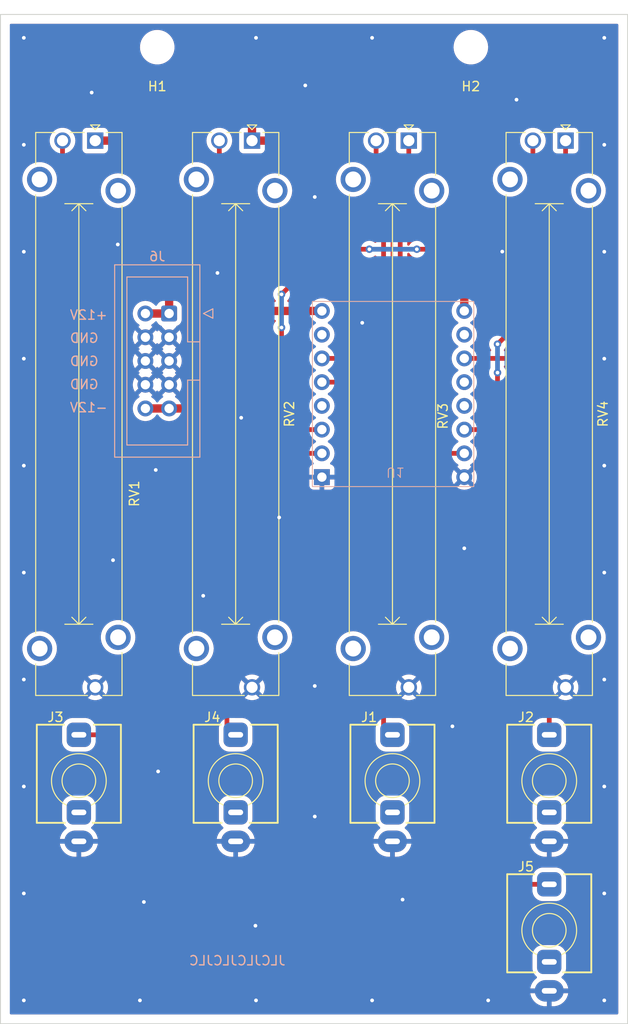
<source format=kicad_pcb>
(kicad_pcb (version 20221018) (generator pcbnew)
  (layers (0 "F.Cu" signal) (31 "B.Cu" signal) (34 "B.Paste" user) (35 "F.Paste" user) (36 "B.SilkS" user "B.Silkscreen") (37 "F.SilkS" user "F.Silkscreen") (38 "B.Mask" user) (39 "F.Mask" user) (44 "Edge.Cuts" user))
  (net 0 "")
  (net 1 "Net-(J1-PadT)")
  (net 2 "GND")
  (net 3 "Net-(J2-PadT)")
  (net 4 "INPUT_1")
  (net 5 "INPUT_2")
  (net 6 "OUTPUT")
  (net 7 "+12V")
  (net 8 "-12V")
  (net 9 "CUTOFF_POT")
  (net 10 "RESONANCE_POT")
  (net 11 "CUTOFF_CV")
  (net 12 "RESONANCE_CV")
  (footprint "MountingHole:MountingHole_3.2mm_M3" (layer "F.Cu") (at 116.78 49.5 180)
    (fp_text reference "H2" (at 0 -4.2 180) (layer "F.SilkS"))
    (fp_text value "MountingHole")
    (pad "" np_thru_hole circle (at 0 0 180) (size 3.2 3.2) (drill 3.2) (layers "*.Cu" "*.Mask"))
  )
  (footprint "Potentiometer_THT:Potentiometer_Bourns_PTA4543_Single_Slide" (layer "F.Cu") (at 126.92 59.5 -90)
    (fp_text reference "RV4" (at 29.25 -4 90) (layer "F.SilkS"))
    (fp_text value "R_Potentiometer")
    (fp_line (start -1.675 -0.5) (end -1.675 0.5) (stroke (width 0.12)) (layer "F.SilkS"))
    (fp_line (start -1.675 0.5) (end -1.175 0) (stroke (width 0.12)) (layer "F.SilkS"))
    (fp_line (start -1.175 0) (end -1.675 -0.5) (stroke (width 0.12)) (layer "F.SilkS"))
    (fp_line (start -0.87 -2.87) (end -0.87 -1.175) (stroke (width 0.12)) (layer "F.SilkS"))
    (fp_line (start -0.87 -2.87) (end 3.715 -2.87) (stroke (width 0.12)) (layer "F.SilkS"))
    (fp_line (start -0.87 1.175) (end -0.87 2.678) (stroke (width 0.12)) (layer "F.SilkS"))
    (fp_line (start -0.87 4.323) (end -0.87 6.37) (stroke (width 0.12)) (layer "F.SilkS"))
    (fp_line (start -0.87 6.37) (end 2.515 6.37) (stroke (width 0.12)) (layer "F.SilkS"))
    (fp_line (start 5.786 6.37) (end 52.715 6.37) (stroke (width 0.12)) (layer "F.SilkS"))
    (fp_line (start 6.75 0.25) (end 6.75 3.25) (stroke (width 0.12)) (layer "F.SilkS"))
    (fp_line (start 6.75 1.75) (end 7.5 2.5) (stroke (width 0.12)) (layer "F.SilkS"))
    (fp_line (start 6.75 1.75) (end 51.75 1.75) (stroke (width 0.12)) (layer "F.SilkS"))
    (fp_line (start 6.986 -2.87) (end 51.515 -2.87) (stroke (width 0.12)) (layer "F.SilkS"))
    (fp_line (start 7.5 1) (end 6.75 1.75) (stroke (width 0.12)) (layer "F.SilkS"))
    (fp_line (start 51 1) (end 51.75 1.75) (stroke (width 0.12)) (layer "F.SilkS"))
    (fp_line (start 51.75 0.25) (end 51.75 3.25) (stroke (width 0.12)) (layer "F.SilkS"))
    (fp_line (start 51.75 1.75) (end 51 2.5) (stroke (width 0.12)) (layer "F.SilkS"))
    (fp_line (start 54.786 -2.87) (end 59.37 -2.87) (stroke (width 0.12)) (layer "F.SilkS"))
    (fp_line (start 55.986 6.37) (end 59.37 6.37) (stroke (width 0.12)) (layer "F.SilkS"))
    (fp_line (start 59.37 -2.87) (end 59.37 -0.823) (stroke (width 0.12)) (layer "F.SilkS"))
    (fp_line (start 59.37 0.823) (end 59.37 6.37) (stroke (width 0.12)) (layer "F.SilkS"))
    (pad "1" thru_hole rect (at 0 0 270) (size 1.75 1.75) (drill 1.2) (layers "*.Cu" "*.Mask") (net 3 "Net-(J2-PadT)"))
    (pad "2" thru_hole circle (at 0 3.5 270) (size 1.75 1.75) (drill 1.2) (layers "*.Cu" "*.Mask") (net 12 "RESONANCE_CV"))
    (pad "3" thru_hole circle (at 58.5 0 270) (size 1.75 1.75) (drill 1.2) (layers "*.Cu" "*.Mask") (net 2 "GND"))
    (pad "MP" thru_hole circle (at 4.15 5.95 270) (size 2.7 2.7) (drill 1.7) (layers "*.Cu" "*.Mask"))
    (pad "MP" thru_hole circle (at 5.35 -2.45 270) (size 2.7 2.7) (drill 1.7) (layers "*.Cu" "*.Mask"))
    (pad "MP" thru_hole circle (at 53.15 -2.45 270) (size 2.7 2.7) (drill 1.7) (layers "*.Cu" "*.Mask"))
    (pad "MP" thru_hole circle (at 54.35 5.95 270) (size 2.7 2.7) (drill 1.7) (layers "*.Cu" "*.Mask"))
  )
  (footprint "AudioJacks:Jack_3.5mm_QingPu_WQP-PJ398SM_Vertical" (layer "F.Cu") (at 125.17 128)
    (fp_text reference "J2" (at -2.5 -6.8) (layer "F.SilkS"))
    (fp_text value "AudioJack2")
    (fp_line (start -4.5 -6) (end -1.6 -6) (stroke (width 0.2)) (layer "F.SilkS"))
    (fp_line (start -4.5 4.5) (end -4.5 -6) (stroke (width 0.2)) (layer "F.SilkS"))
    (fp_line (start -4.5 4.5) (end -1.5 4.5) (stroke (width 0.2)) (layer "F.SilkS"))
    (fp_line (start 1.5 4.5) (end 4.5 4.5) (stroke (width 0.2)) (layer "F.SilkS"))
    (fp_line (start 1.6 -6) (end 4.5 -6) (stroke (width 0.2)) (layer "F.SilkS"))
    (fp_line (start 4.5 4.5) (end 4.5 -6) (stroke (width 0.2)) (layer "F.SilkS"))
    (fp_arc (start -1.35 2.588577) (mid -2.844222 -0.687251) (end 0 -2.895) (stroke (width 0.12)) (layer "F.SilkS"))
    (fp_arc (start 0 -2.895) (mid 2.844221 -0.687251) (end 1.35 2.588577) (stroke (width 0.12)) (layer "F.SilkS"))
    (fp_circle (center 0 0) (end -1.8 0) (stroke (width 0.12)) (fill none) (layer "F.SilkS"))
    (pad "S" thru_hole oval (at 0 6.48) (size 3.1 2.3) (drill oval 1.6 0.6) (layers "*.Cu" "*.Mask") (net 2 "GND"))
    (pad "T" thru_hole roundrect (at 0 -4.92) (size 2.6 2.6) (drill oval 1.6 0.6) (layers "*.Cu" "*.Mask") (net 3 "Net-(J2-PadT)"))
    (pad "TN" thru_hole roundrect (at 0 3.38) (size 2.6 2.6) (drill oval 1.6 0.6) (layers "*.Cu" "*.Mask"))
  )
  (footprint "Potentiometer_THT:Potentiometer_Bourns_PTA4543_Single_Slide" (layer "F.Cu") (at 76.58 59.5 -90)
    (fp_text reference "RV1" (at 37.782 -4.192 90) (layer "F.SilkS"))
    (fp_text value "R_Potentiometer")
    (fp_line (start -1.675 -0.5) (end -1.675 0.5) (stroke (width 0.12)) (layer "F.SilkS"))
    (fp_line (start -1.675 0.5) (end -1.175 0) (stroke (width 0.12)) (layer "F.SilkS"))
    (fp_line (start -1.175 0) (end -1.675 -0.5) (stroke (width 0.12)) (layer "F.SilkS"))
    (fp_line (start -0.87 -2.87) (end -0.87 -1.175) (stroke (width 0.12)) (layer "F.SilkS"))
    (fp_line (start -0.87 -2.87) (end 3.715 -2.87) (stroke (width 0.12)) (layer "F.SilkS"))
    (fp_line (start -0.87 1.175) (end -0.87 2.678) (stroke (width 0.12)) (layer "F.SilkS"))
    (fp_line (start -0.87 4.323) (end -0.87 6.37) (stroke (width 0.12)) (layer "F.SilkS"))
    (fp_line (start -0.87 6.37) (end 2.515 6.37) (stroke (width 0.12)) (layer "F.SilkS"))
    (fp_line (start 5.786 6.37) (end 52.715 6.37) (stroke (width 0.12)) (layer "F.SilkS"))
    (fp_line (start 6.75 0.25) (end 6.75 3.25) (stroke (width 0.12)) (layer "F.SilkS"))
    (fp_line (start 6.75 1.75) (end 7.5 2.5) (stroke (width 0.12)) (layer "F.SilkS"))
    (fp_line (start 6.75 1.75) (end 51.75 1.75) (stroke (width 0.12)) (layer "F.SilkS"))
    (fp_line (start 6.986 -2.87) (end 51.515 -2.87) (stroke (width 0.12)) (layer "F.SilkS"))
    (fp_line (start 7.5 1) (end 6.75 1.75) (stroke (width 0.12)) (layer "F.SilkS"))
    (fp_line (start 51 1) (end 51.75 1.75) (stroke (width 0.12)) (layer "F.SilkS"))
    (fp_line (start 51.75 0.25) (end 51.75 3.25) (stroke (width 0.12)) (layer "F.SilkS"))
    (fp_line (start 51.75 1.75) (end 51 2.5) (stroke (width 0.12)) (layer "F.SilkS"))
    (fp_line (start 54.786 -2.87) (end 59.37 -2.87) (stroke (width 0.12)) (layer "F.SilkS"))
    (fp_line (start 55.986 6.37) (end 59.37 6.37) (stroke (width 0.12)) (layer "F.SilkS"))
    (fp_line (start 59.37 -2.87) (end 59.37 -0.823) (stroke (width 0.12)) (layer "F.SilkS"))
    (fp_line (start 59.37 0.823) (end 59.37 6.37) (stroke (width 0.12)) (layer "F.SilkS"))
    (pad "1" thru_hole rect (at 0 0 270) (size 1.75 1.75) (drill 1.2) (layers "*.Cu" "*.Mask") (net 7 "+12V"))
    (pad "2" thru_hole circle (at 0 3.5 270) (size 1.75 1.75) (drill 1.2) (layers "*.Cu" "*.Mask") (net 9 "CUTOFF_POT"))
    (pad "3" thru_hole circle (at 58.5 0 270) (size 1.75 1.75) (drill 1.2) (layers "*.Cu" "*.Mask") (net 2 "GND"))
    (pad "MP" thru_hole circle (at 4.15 5.95 270) (size 2.7 2.7) (drill 1.7) (layers "*.Cu" "*.Mask"))
    (pad "MP" thru_hole circle (at 5.35 -2.45 270) (size 2.7 2.7) (drill 1.7) (layers "*.Cu" "*.Mask"))
    (pad "MP" thru_hole circle (at 53.15 -2.45 270) (size 2.7 2.7) (drill 1.7) (layers "*.Cu" "*.Mask"))
    (pad "MP" thru_hole circle (at 54.35 5.95 270) (size 2.7 2.7) (drill 1.7) (layers "*.Cu" "*.Mask"))
  )
  (footprint "MountingHole:MountingHole_3.2mm_M3" (layer "F.Cu") (at 83.22 49.5 180)
    (fp_text reference "H1" (at 0 -4.2 180) (layer "F.SilkS"))
    (fp_text value "MountingHole")
    (pad "" np_thru_hole circle (at 0 0 180) (size 3.2 3.2) (drill 3.2) (layers "*.Cu" "*.Mask"))
  )
  (footprint "AudioJacks:Jack_3.5mm_QingPu_WQP-PJ398SM_Vertical" (layer "F.Cu") (at 125.17 144)
    (fp_text reference "J5" (at -2.5 -6.8) (layer "F.SilkS"))
    (fp_text value "AudioJack2")
    (fp_line (start -4.5 -6) (end -1.6 -6) (stroke (width 0.2)) (layer "F.SilkS"))
    (fp_line (start -4.5 4.5) (end -4.5 -6) (stroke (width 0.2)) (layer "F.SilkS"))
    (fp_line (start -4.5 4.5) (end -1.5 4.5) (stroke (width 0.2)) (layer "F.SilkS"))
    (fp_line (start 1.5 4.5) (end 4.5 4.5) (stroke (width 0.2)) (layer "F.SilkS"))
    (fp_line (start 1.6 -6) (end 4.5 -6) (stroke (width 0.2)) (layer "F.SilkS"))
    (fp_line (start 4.5 4.5) (end 4.5 -6) (stroke (width 0.2)) (layer "F.SilkS"))
    (fp_arc (start -1.35 2.588577) (mid -2.844222 -0.687251) (end 0 -2.895) (stroke (width 0.12)) (layer "F.SilkS"))
    (fp_arc (start 0 -2.895) (mid 2.844221 -0.687251) (end 1.35 2.588577) (stroke (width 0.12)) (layer "F.SilkS"))
    (fp_circle (center 0 0) (end -1.8 0) (stroke (width 0.12)) (fill none) (layer "F.SilkS"))
    (pad "S" thru_hole oval (at 0 6.48) (size 3.1 2.3) (drill oval 1.6 0.6) (layers "*.Cu" "*.Mask") (net 2 "GND"))
    (pad "T" thru_hole roundrect (at 0 -4.92) (size 2.6 2.6) (drill oval 1.6 0.6) (layers "*.Cu" "*.Mask") (net 6 "OUTPUT"))
    (pad "TN" thru_hole roundrect (at 0 3.38) (size 2.6 2.6) (drill oval 1.6 0.6) (layers "*.Cu" "*.Mask"))
  )
  (footprint "Potentiometer_THT:Potentiometer_Bourns_PTA4543_Single_Slide" (layer "F.Cu") (at 93.36 59.5 -90)
    (fp_text reference "RV2" (at 29.25 -4 90) (layer "F.SilkS"))
    (fp_text value "R_Potentiometer")
    (fp_line (start -1.675 -0.5) (end -1.675 0.5) (stroke (width 0.12)) (layer "F.SilkS"))
    (fp_line (start -1.675 0.5) (end -1.175 0) (stroke (width 0.12)) (layer "F.SilkS"))
    (fp_line (start -1.175 0) (end -1.675 -0.5) (stroke (width 0.12)) (layer "F.SilkS"))
    (fp_line (start -0.87 -2.87) (end -0.87 -1.175) (stroke (width 0.12)) (layer "F.SilkS"))
    (fp_line (start -0.87 -2.87) (end 3.715 -2.87) (stroke (width 0.12)) (layer "F.SilkS"))
    (fp_line (start -0.87 1.175) (end -0.87 2.678) (stroke (width 0.12)) (layer "F.SilkS"))
    (fp_line (start -0.87 4.323) (end -0.87 6.37) (stroke (width 0.12)) (layer "F.SilkS"))
    (fp_line (start -0.87 6.37) (end 2.515 6.37) (stroke (width 0.12)) (layer "F.SilkS"))
    (fp_line (start 5.786 6.37) (end 52.715 6.37) (stroke (width 0.12)) (layer "F.SilkS"))
    (fp_line (start 6.75 0.25) (end 6.75 3.25) (stroke (width 0.12)) (layer "F.SilkS"))
    (fp_line (start 6.75 1.75) (end 7.5 2.5) (stroke (width 0.12)) (layer "F.SilkS"))
    (fp_line (start 6.75 1.75) (end 51.75 1.75) (stroke (width 0.12)) (layer "F.SilkS"))
    (fp_line (start 6.986 -2.87) (end 51.515 -2.87) (stroke (width 0.12)) (layer "F.SilkS"))
    (fp_line (start 7.5 1) (end 6.75 1.75) (stroke (width 0.12)) (layer "F.SilkS"))
    (fp_line (start 51 1) (end 51.75 1.75) (stroke (width 0.12)) (layer "F.SilkS"))
    (fp_line (start 51.75 0.25) (end 51.75 3.25) (stroke (width 0.12)) (layer "F.SilkS"))
    (fp_line (start 51.75 1.75) (end 51 2.5) (stroke (width 0.12)) (layer "F.SilkS"))
    (fp_line (start 54.786 -2.87) (end 59.37 -2.87) (stroke (width 0.12)) (layer "F.SilkS"))
    (fp_line (start 55.986 6.37) (end 59.37 6.37) (stroke (width 0.12)) (layer "F.SilkS"))
    (fp_line (start 59.37 -2.87) (end 59.37 -0.823) (stroke (width 0.12)) (layer "F.SilkS"))
    (fp_line (start 59.37 0.823) (end 59.37 6.37) (stroke (width 0.12)) (layer "F.SilkS"))
    (pad "1" thru_hole rect (at 0 0 270) (size 1.75 1.75) (drill 1.2) (layers "*.Cu" "*.Mask") (net 7 "+12V"))
    (pad "2" thru_hole circle (at 0 3.5 270) (size 1.75 1.75) (drill 1.2) (layers "*.Cu" "*.Mask") (net 10 "RESONANCE_POT"))
    (pad "3" thru_hole circle (at 58.5 0 270) (size 1.75 1.75) (drill 1.2) (layers "*.Cu" "*.Mask") (net 2 "GND"))
    (pad "MP" thru_hole circle (at 4.15 5.95 270) (size 2.7 2.7) (drill 1.7) (layers "*.Cu" "*.Mask"))
    (pad "MP" thru_hole circle (at 5.35 -2.45 270) (size 2.7 2.7) (drill 1.7) (layers "*.Cu" "*.Mask"))
    (pad "MP" thru_hole circle (at 53.15 -2.45 270) (size 2.7 2.7) (drill 1.7) (layers "*.Cu" "*.Mask"))
    (pad "MP" thru_hole circle (at 54.35 5.95 270) (size 2.7 2.7) (drill 1.7) (layers "*.Cu" "*.Mask"))
  )
  (footprint "Potentiometer_THT:Potentiometer_Bourns_PTA4543_Single_Slide" (layer "F.Cu") (at 110.14 59.5 -90)
    (fp_text reference "RV3" (at 29.486 -3.652 90) (layer "F.SilkS"))
    (fp_text value "R_Potentiometer")
    (fp_line (start -1.675 -0.5) (end -1.675 0.5) (stroke (width 0.12)) (layer "F.SilkS"))
    (fp_line (start -1.675 0.5) (end -1.175 0) (stroke (width 0.12)) (layer "F.SilkS"))
    (fp_line (start -1.175 0) (end -1.675 -0.5) (stroke (width 0.12)) (layer "F.SilkS"))
    (fp_line (start -0.87 -2.87) (end -0.87 -1.175) (stroke (width 0.12)) (layer "F.SilkS"))
    (fp_line (start -0.87 -2.87) (end 3.715 -2.87) (stroke (width 0.12)) (layer "F.SilkS"))
    (fp_line (start -0.87 1.175) (end -0.87 2.678) (stroke (width 0.12)) (layer "F.SilkS"))
    (fp_line (start -0.87 4.323) (end -0.87 6.37) (stroke (width 0.12)) (layer "F.SilkS"))
    (fp_line (start -0.87 6.37) (end 2.515 6.37) (stroke (width 0.12)) (layer "F.SilkS"))
    (fp_line (start 5.786 6.37) (end 52.715 6.37) (stroke (width 0.12)) (layer "F.SilkS"))
    (fp_line (start 6.75 0.25) (end 6.75 3.25) (stroke (width 0.12)) (layer "F.SilkS"))
    (fp_line (start 6.75 1.75) (end 7.5 2.5) (stroke (width 0.12)) (layer "F.SilkS"))
    (fp_line (start 6.75 1.75) (end 51.75 1.75) (stroke (width 0.12)) (layer "F.SilkS"))
    (fp_line (start 6.986 -2.87) (end 51.515 -2.87) (stroke (width 0.12)) (layer "F.SilkS"))
    (fp_line (start 7.5 1) (end 6.75 1.75) (stroke (width 0.12)) (layer "F.SilkS"))
    (fp_line (start 51 1) (end 51.75 1.75) (stroke (width 0.12)) (layer "F.SilkS"))
    (fp_line (start 51.75 0.25) (end 51.75 3.25) (stroke (width 0.12)) (layer "F.SilkS"))
    (fp_line (start 51.75 1.75) (end 51 2.5) (stroke (width 0.12)) (layer "F.SilkS"))
    (fp_line (start 54.786 -2.87) (end 59.37 -2.87) (stroke (width 0.12)) (layer "F.SilkS"))
    (fp_line (start 55.986 6.37) (end 59.37 6.37) (stroke (width 0.12)) (layer "F.SilkS"))
    (fp_line (start 59.37 -2.87) (end 59.37 -0.823) (stroke (width 0.12)) (layer "F.SilkS"))
    (fp_line (start 59.37 0.823) (end 59.37 6.37) (stroke (width 0.12)) (layer "F.SilkS"))
    (pad "1" thru_hole rect (at 0 0 270) (size 1.75 1.75) (drill 1.2) (layers "*.Cu" "*.Mask") (net 1 "Net-(J1-PadT)"))
    (pad "2" thru_hole circle (at 0 3.5 270) (size 1.75 1.75) (drill 1.2) (layers "*.Cu" "*.Mask") (net 11 "CUTOFF_CV"))
    (pad "3" thru_hole circle (at 58.5 0 270) (size 1.75 1.75) (drill 1.2) (layers "*.Cu" "*.Mask") (net 2 "GND"))
    (pad "MP" thru_hole circle (at 4.15 5.95 270) (size 2.7 2.7) (drill 1.7) (layers "*.Cu" "*.Mask"))
    (pad "MP" thru_hole circle (at 5.35 -2.45 270) (size 2.7 2.7) (drill 1.7) (layers "*.Cu" "*.Mask"))
    (pad "MP" thru_hole circle (at 53.15 -2.45 270) (size 2.7 2.7) (drill 1.7) (layers "*.Cu" "*.Mask"))
    (pad "MP" thru_hole circle (at 54.35 5.95 270) (size 2.7 2.7) (drill 1.7) (layers "*.Cu" "*.Mask"))
  )
  (footprint "AudioJacks:Jack_3.5mm_QingPu_WQP-PJ398SM_Vertical" (layer "F.Cu") (at 91.61 128)
    (fp_text reference "J4" (at -2.5 -6.8) (layer "F.SilkS"))
    (fp_text value "AudioJack2")
    (fp_line (start -4.5 -6) (end -1.6 -6) (stroke (width 0.2)) (layer "F.SilkS"))
    (fp_line (start -4.5 4.5) (end -4.5 -6) (stroke (width 0.2)) (layer "F.SilkS"))
    (fp_line (start -4.5 4.5) (end -1.5 4.5) (stroke (width 0.2)) (layer "F.SilkS"))
    (fp_line (start 1.5 4.5) (end 4.5 4.5) (stroke (width 0.2)) (layer "F.SilkS"))
    (fp_line (start 1.6 -6) (end 4.5 -6) (stroke (width 0.2)) (layer "F.SilkS"))
    (fp_line (start 4.5 4.5) (end 4.5 -6) (stroke (width 0.2)) (layer "F.SilkS"))
    (fp_arc (start -1.35 2.588577) (mid -2.844222 -0.687251) (end 0 -2.895) (stroke (width 0.12)) (layer "F.SilkS"))
    (fp_arc (start 0 -2.895) (mid 2.844221 -0.687251) (end 1.35 2.588577) (stroke (width 0.12)) (layer "F.SilkS"))
    (fp_circle (center 0 0) (end -1.8 0) (stroke (width 0.12)) (fill none) (layer "F.SilkS"))
    (pad "S" thru_hole oval (at 0 6.48) (size 3.1 2.3) (drill oval 1.6 0.6) (layers "*.Cu" "*.Mask") (net 2 "GND"))
    (pad "T" thru_hole roundrect (at 0 -4.92) (size 2.6 2.6) (drill oval 1.6 0.6) (layers "*.Cu" "*.Mask") (net 5 "INPUT_2"))
    (pad "TN" thru_hole roundrect (at 0 3.38) (size 2.6 2.6) (drill oval 1.6 0.6) (layers "*.Cu" "*.Mask"))
  )
  (footprint "AudioJacks:Jack_3.5mm_QingPu_WQP-PJ398SM_Vertical" (layer "F.Cu") (at 74.83 128)
    (fp_text reference "J3" (at -2.5 -6.8) (layer "F.SilkS"))
    (fp_text value "AudioJack2")
    (fp_line (start -4.5 -6) (end -1.6 -6) (stroke (width 0.2)) (layer "F.SilkS"))
    (fp_line (start -4.5 4.5) (end -4.5 -6) (stroke (width 0.2)) (layer "F.SilkS"))
    (fp_line (start -4.5 4.5) (end -1.5 4.5) (stroke (width 0.2)) (layer "F.SilkS"))
    (fp_line (start 1.5 4.5) (end 4.5 4.5) (stroke (width 0.2)) (layer "F.SilkS"))
    (fp_line (start 1.6 -6) (end 4.5 -6) (stroke (width 0.2)) (layer "F.SilkS"))
    (fp_line (start 4.5 4.5) (end 4.5 -6) (stroke (width 0.2)) (layer "F.SilkS"))
    (fp_arc (start -1.35 2.588577) (mid -2.844222 -0.687251) (end 0 -2.895) (stroke (width 0.12)) (layer "F.SilkS"))
    (fp_arc (start 0 -2.895) (mid 2.844221 -0.687251) (end 1.35 2.588577) (stroke (width 0.12)) (layer "F.SilkS"))
    (fp_circle (center 0 0) (end -1.8 0) (stroke (width 0.12)) (fill none) (layer "F.SilkS"))
    (pad "S" thru_hole oval (at 0 6.48) (size 3.1 2.3) (drill oval 1.6 0.6) (layers "*.Cu" "*.Mask") (net 2 "GND"))
    (pad "T" thru_hole roundrect (at 0 -4.92) (size 2.6 2.6) (drill oval 1.6 0.6) (layers "*.Cu" "*.Mask") (net 4 "INPUT_1"))
    (pad "TN" thru_hole roundrect (at 0 3.38) (size 2.6 2.6) (drill oval 1.6 0.6) (layers "*.Cu" "*.Mask"))
  )
  (footprint "AudioJacks:Jack_3.5mm_QingPu_WQP-PJ398SM_Vertical" (layer "F.Cu") (at 108.39 128)
    (fp_text reference "J1" (at -2.5 -6.8) (layer "F.SilkS"))
    (fp_text value "AudioJack2")
    (fp_line (start -4.5 -6) (end -1.6 -6) (stroke (width 0.2)) (layer "F.SilkS"))
    (fp_line (start -4.5 4.5) (end -4.5 -6) (stroke (width 0.2)) (layer "F.SilkS"))
    (fp_line (start -4.5 4.5) (end -1.5 4.5) (stroke (width 0.2)) (layer "F.SilkS"))
    (fp_line (start 1.5 4.5) (end 4.5 4.5) (stroke (width 0.2)) (layer "F.SilkS"))
    (fp_line (start 1.6 -6) (end 4.5 -6) (stroke (width 0.2)) (layer "F.SilkS"))
    (fp_line (start 4.5 4.5) (end 4.5 -6) (stroke (width 0.2)) (layer "F.SilkS"))
    (fp_arc (start -1.35 2.588577) (mid -2.844222 -0.687251) (end 0 -2.895) (stroke (width 0.12)) (layer "F.SilkS"))
    (fp_arc (start 0 -2.895) (mid 2.844221 -0.687251) (end 1.35 2.588577) (stroke (width 0.12)) (layer "F.SilkS"))
    (fp_circle (center 0 0) (end -1.8 0) (stroke (width 0.12)) (fill none) (layer "F.SilkS"))
    (pad "S" thru_hole oval (at 0 6.48) (size 3.1 2.3) (drill oval 1.6 0.6) (layers "*.Cu" "*.Mask") (net 2 "GND"))
    (pad "T" thru_hole roundrect (at 0 -4.92) (size 2.6 2.6) (drill oval 1.6 0.6) (layers "*.Cu" "*.Mask") (net 1 "Net-(J1-PadT)"))
    (pad "TN" thru_hole roundrect (at 0 3.38) (size 2.6 2.6) (drill oval 1.6 0.6) (layers "*.Cu" "*.Mask"))
  )
  (footprint "Dans_Eurorack:Electrosmith_2144_LPF" (layer "B.Cu") (at 100.838 95.504)
    (fp_text reference "U1" (at 7.874 -0.508 180 unlocked) (layer "B.SilkS") (effects (font (thickness 0.1)) (justify mirror)))
    (fp_text value "2144_LPF")
    (fp_rect (start -1.016 1.016) (end 16.256 -18.796) (stroke (width 0.1)) (fill none) (layer "B.SilkS"))
    (pad "1" thru_hole rect (at 0 0) (size 1.7 1.7) (drill 1) (layers "*.Cu" "*.Mask") (net 2 "GND"))
    (pad "2" thru_hole circle (at 0 -2.54) (size 1.7 1.7) (drill 1) (layers "*.Cu" "*.Mask") (net 9 "CUTOFF_POT"))
    (pad "3" thru_hole circle (at 0 -5.08) (size 1.7 1.7) (drill 1) (layers "*.Cu" "*.Mask") (net 11 "CUTOFF_CV"))
    (pad "4" thru_hole circle (at 0 -7.62) (size 1.7 1.7) (drill 1) (layers "*.Cu" "*.Mask"))
    (pad "5" thru_hole circle (at 0 -10.16) (size 1.7 1.7) (drill 1) (layers "*.Cu" "*.Mask") (net 4 "INPUT_1"))
    (pad "6" thru_hole circle (at 0 -12.7) (size 1.7 1.7) (drill 1) (layers "*.Cu" "*.Mask") (net 5 "INPUT_2"))
    (pad "7" thru_hole circle (at 0 -15.24) (size 1.7 1.7) (drill 1) (layers "*.Cu" "*.Mask"))
    (pad "8" thru_hole circle (at 0 -17.78) (size 1.7 1.7) (drill 1) (layers "*.Cu" "*.Mask") (net 8 "-12V"))
    (pad "9" thru_hole circle (at 15.24 -17.78) (size 1.7 1.7) (drill 1) (layers "*.Cu" "*.Mask") (net 7 "+12V"))
    (pad "10" thru_hole circle (at 15.24 -15.24) (size 1.7 1.7) (drill 1) (layers "*.Cu" "*.Mask"))
    (pad "11" thru_hole circle (at 15.24 -12.7) (size 1.7 1.7) (drill 1) (layers "*.Cu" "*.Mask") (net 6 "OUTPUT"))
    (pad "12" thru_hole circle (at 15.24 -10.16) (size 1.7 1.7) (drill 1) (layers "*.Cu" "*.Mask"))
    (pad "13" thru_hole circle (at 15.24 -7.62) (size 1.7 1.7) (drill 1) (layers "*.Cu" "*.Mask"))
    (pad "14" thru_hole circle (at 15.24 -5.08) (size 1.7 1.7) (drill 1) (layers "*.Cu" "*.Mask") (net 12 "RESONANCE_CV"))
    (pad "15" thru_hole circle (at 15.24 -2.54) (size 1.7 1.7) (drill 1) (layers "*.Cu" "*.Mask") (net 10 "RESONANCE_POT"))
    (pad "16" thru_hole circle (at 15.24 0) (size 1.7 1.7) (drill 1) (layers "*.Cu" "*.Mask") (net 2 "GND"))
  )
  (footprint "Connector_IDC:IDC-Header_2x05_P2.54mm_Vertical" (layer "B.Cu") (at 84.49 78 180)
    (fp_text reference "J6" (at 1.27 6.1) (layer "B.SilkS") (effects (justify mirror)))
    (fp_text value "Conn_02x05_Odd_Even")
    (fp_line (start -4.68 -0.5) (end -3.68 0) (stroke (width 0.12)) (layer "B.SilkS"))
    (fp_line (start -4.68 0.5) (end -4.68 -0.5) (stroke (width 0.12)) (layer "B.SilkS"))
    (fp_line (start -3.68 0) (end -4.68 0.5) (stroke (width 0.12)) (layer "B.SilkS"))
    (fp_line (start -3.29 -15.37) (end -3.29 5.21) (stroke (width 0.12)) (layer "B.SilkS"))
    (fp_line (start -3.29 -3.03) (end -1.98 -3.03) (stroke (width 0.12)) (layer "B.SilkS"))
    (fp_line (start -3.29 5.21) (end 5.83 5.21) (stroke (width 0.12)) (layer "B.SilkS"))
    (fp_line (start -1.98 -14.07) (end -1.98 -7.13) (stroke (width 0.12)) (layer "B.SilkS"))
    (fp_line (start -1.98 -7.13) (end -3.29 -7.13) (stroke (width 0.12)) (layer "B.SilkS"))
    (fp_line (start -1.98 -7.13) (end -1.98 -7.13) (stroke (width 0.12)) (layer "B.SilkS"))
    (fp_line (start -1.98 -3.03) (end -1.98 3.91) (stroke (width 0.12)) (layer "B.SilkS"))
    (fp_line (start -1.98 3.91) (end 4.52 3.91) (stroke (width 0.12)) (layer "B.SilkS"))
    (fp_line (start 4.52 -14.07) (end -1.98 -14.07) (stroke (width 0.12)) (layer "B.SilkS"))
    (fp_line (start 4.52 3.91) (end 4.52 -14.07) (stroke (width 0.12)) (layer "B.SilkS"))
    (fp_line (start 5.83 -15.37) (end -3.29 -15.37) (stroke (width 0.12)) (layer "B.SilkS"))
    (fp_line (start 5.83 5.21) (end 5.83 -15.37) (stroke (width 0.12)) (layer "B.SilkS"))
    (pad "1" thru_hole roundrect (at 0 0 180) (size 1.7 1.7) (drill 1) (layers "*.Cu" "*.Mask") (roundrect_rratio 0.1470588235) (net 7 "+12V"))
    (pad "2" thru_hole circle (at 2.54 0 180) (size 1.7 1.7) (drill 1) (layers "*.Cu" "*.Mask") (net 7 "+12V"))
    (pad "3" thru_hole circle (at 0 -2.54 180) (size 1.7 1.7) (drill 1) (layers "*.Cu" "*.Mask") (net 2 "GND"))
    (pad "4" thru_hole circle (at 2.54 -2.54 180) (size 1.7 1.7) (drill 1) (layers "*.Cu" "*.Mask") (net 2 "GND"))
    (pad "5" thru_hole circle (at 0 -5.08 180) (size 1.7 1.7) (drill 1) (layers "*.Cu" "*.Mask") (net 2 "GND"))
    (pad "6" thru_hole circle (at 2.54 -5.08 180) (size 1.7 1.7) (drill 1) (layers "*.Cu" "*.Mask") (net 2 "GND"))
    (pad "7" thru_hole circle (at 0 -7.62 180) (size 1.7 1.7) (drill 1) (layers "*.Cu" "*.Mask") (net 2 "GND"))
    (pad "8" thru_hole circle (at 2.54 -7.62 180) (size 1.7 1.7) (drill 1) (layers "*.Cu" "*.Mask") (net 2 "GND"))
    (pad "9" thru_hole circle (at 0 -10.16 180) (size 1.7 1.7) (drill 1) (layers "*.Cu" "*.Mask") (net 8 "-12V"))
    (pad "10" thru_hole circle (at 2.54 -10.16 180) (size 1.7 1.7) (drill 1) (layers "*.Cu" "*.Mask") (net 8 "-12V"))
  )
  (gr_rect (start 66.44 46) (end 133.56 154) (stroke (width 0.1)) (fill none) (layer "Edge.Cuts"))
  (gr_text "-12V" (at 77.978 88.646) (layer "B.SilkS") (effects (font (size 1 1)) (justify left bottom mirror)))
  (gr_text "GND" (at 77.025619 86.1695) (layer "B.SilkS") (effects (font (size 1 1)) (justify left bottom mirror)))
  (gr_text "GND" (at 77.025619 81.2165) (layer "B.SilkS") (effects (font (size 1 1)) (justify left bottom mirror)))
  (gr_text "JLCJLCJLCJLC" (at 97.028 147.828) (layer "B.SilkS") (effects (font (size 1 1)) (justify left bottom mirror)))
  (gr_text "+12V" (at 77.978 78.74) (layer "B.SilkS") (effects (font (size 1 1)) (justify left bottom mirror)))
  (gr_text "GND" (at 77.025619 83.693) (layer "B.SilkS") (effects (font (size 1 1)) (justify left bottom mirror)))
  (segment (start 110.236 82.55) (end 110.236 108.458) (width 0.508) (layer "F.Cu") (net 1))
  (segment (start 109.22 81.534) (end 110.236 82.55) (width 0.508) (layer "F.Cu") (net 1))
  (segment (start 107.442 122.132) (end 108.39 123.08) (width 0.508) (layer "F.Cu") (net 1))
  (segment (start 110.14 59.5) (end 110.14 61.818) (width 0.508) (layer "F.Cu") (net 1))
  (segment (start 107.442 111.252) (end 107.442 122.132) (width 0.508) (layer "F.Cu") (net 1))
  (segment (start 110.14 61.818) (end 109.22 62.738) (width 0.508) (layer "F.Cu") (net 1))
  (segment (start 109.22 62.738) (end 109.22 81.534) (width 0.508) (layer "F.Cu") (net 1))
  (segment (start 110.236 108.458) (end 107.442 111.252) (width 0.508) (layer "F.Cu") (net 1))
  (via (at 93.788 48.5) (size 0.8) (drill 0.4) (layers "F.Cu" "B.Cu") (net 2))
  (via (at 100.076 65.532) (size 0.8) (drill 0.4) (layers "F.Cu" "B.Cu") (net 2))
  (via (at 96.266 99.822) (size 0.8) (drill 0.4) (layers "F.Cu" "B.Cu") (net 2))
  (via (at 131.06 117.166664) (size 0.8) (drill 0.4) (layers "F.Cu" "B.Cu") (net 2))
  (via (at 81.788 140.97) (size 0.8) (drill 0.4) (layers "F.Cu" "B.Cu") (net 2))
  (via (at 131.06 151.5) (size 0.8) (drill 0.4) (layers "F.Cu" "B.Cu") (net 2))
  (via (at 78.486 104.394) (size 0.8) (drill 0.4) (layers "F.Cu" "B.Cu") (net 2))
  (via (at 68.94 71.388888) (size 0.8) (drill 0.4) (layers "F.Cu" "B.Cu") (net 2))
  (via (at 68.94 59.944444) (size 0.8) (drill 0.4) (layers "F.Cu" "B.Cu") (net 2))
  (via (at 92.202 89.154) (size 0.8) (drill 0.4) (layers "F.Cu" "B.Cu") (net 2))
  (via (at 68.94 105.72222) (size 0.8) (drill 0.4) (layers "F.Cu" "B.Cu") (net 2))
  (via (at 68.94 117.166664) (size 0.8) (drill 0.4) (layers "F.Cu" "B.Cu") (net 2))
  (via (at 83.058 94.742) (size 0.8) (drill 0.4) (layers "F.Cu" "B.Cu") (net 2))
  (via (at 131.06 82.833332) (size 0.8) (drill 0.4) (layers "F.Cu" "B.Cu") (net 2))
  (via (at 131.06 140.055552) (size 0.8) (drill 0.4) (layers "F.Cu" "B.Cu") (net 2))
  (via (at 68.94 82.833332) (size 0.8) (drill 0.4) (layers "F.Cu" "B.Cu") (net 2))
  (via (at 131.06 71.388888) (size 0.8) (drill 0.4) (layers "F.Cu" "B.Cu") (net 2))
  (via (at 106.212 151.5) (size 0.8) (drill 0.4) (layers "F.Cu" "B.Cu") (net 2))
  (via (at 109.474 140.716) (size 0.8) (drill 0.4) (layers "F.Cu" "B.Cu") (net 2))
  (via (at 68.94 128.611108) (size 0.8) (drill 0.4) (layers "F.Cu" "B.Cu") (net 2))
  (via (at 78.994 70.612) (size 0.8) (drill 0.4) (layers "F.Cu" "B.Cu") (net 2))
  (via (at 100.076 131.826) (size 0.8) (drill 0.4) (layers "F.Cu" "B.Cu") (net 2))
  (via (at 105.156 78.994) (size 0.8) (drill 0.4) (layers "F.Cu" "B.Cu") (net 2))
  (via (at 100.076 117.856) (size 0.8) (drill 0.4) (layers "F.Cu" "B.Cu") (net 2))
  (via (at 68.94 94.277776) (size 0.8) (drill 0.4) (layers "F.Cu" "B.Cu") (net 2))
  (via (at 99.06 53.594) (size 0.8) (drill 0.4) (layers "F.Cu" "B.Cu") (net 2))
  (via (at 114.808 122.174) (size 0.8) (drill 0.4) (layers "F.Cu" "B.Cu") (net 2))
  (via (at 131.06 48.5) (size 0.8) (drill 0.4) (layers "F.Cu" "B.Cu") (net 2))
  (via (at 131.06 105.72222) (size 0.8) (drill 0.4) (layers "F.Cu" "B.Cu") (net 2))
  (via (at 89.662 73.66) (size 0.8) (drill 0.4) (layers "F.Cu" "B.Cu") (net 2))
  (via (at 88.138 108.204) (size 0.8) (drill 0.4) (layers "F.Cu" "B.Cu") (net 2))
  (via (at 76.2 54.356) (size 0.8) (drill 0.4) (layers "F.Cu" "B.Cu") (net 2))
  (via (at 131.06 128.611108) (size 0.8) (drill 0.4) (layers "F.Cu" "B.Cu") (net 2))
  (via (at 118.636 151.5) (size 0.8) (drill 0.4) (layers "F.Cu" "B.Cu") (net 2))
  (via (at 120.142 71.374) (size 0.8) (drill 0.4) (layers "F.Cu" "B.Cu") (net 2))
  (via (at 121.666 55.118) (size 0.8) (drill 0.4) (layers "F.Cu" "B.Cu") (net 2))
  (via (at 68.94 48.5) (size 0.8) (drill 0.4) (layers "F.Cu" "B.Cu") (net 2))
  (via (at 68.94 140.055552) (size 0.8) (drill 0.4) (layers "F.Cu" "B.Cu") (net 2))
  (via (at 116.078 103.124) (size 0.8) (drill 0.4) (layers "F.Cu" "B.Cu") (net 2))
  (via (at 93.788 151.5) (size 0.8) (drill 0.4) (layers "F.Cu" "B.Cu") (net 2))
  (via (at 93.726 143.51) (size 0.8) (drill 0.4) (layers "F.Cu" "B.Cu") (net 2))
  (via (at 131.06 94.277776) (size 0.8) (drill 0.4) (layers "F.Cu" "B.Cu") (net 2))
  (via (at 131.06 59.944444) (size 0.8) (drill 0.4) (layers "F.Cu" "B.Cu") (net 2))
  (via (at 83.312 127) (size 0.8) (drill 0.4) (layers "F.Cu" "B.Cu") (net 2))
  (via (at 81.364 151.5) (size 0.8) (drill 0.4) (layers "F.Cu" "B.Cu") (net 2))
  (via (at 106.212 48.5) (size 0.8) (drill 0.4) (layers "F.Cu" "B.Cu") (net 2))
  (via (at 68.94 151.5) (size 0.8) (drill 0.4) (layers "F.Cu" "B.Cu") (net 2))
  (segment (start 123.952 119.634) (end 123.952 116.332) (width 0.508) (layer "F.Cu") (net 3))
  (segment (start 123.952 116.332) (end 126.238 114.046) (width 0.508) (layer "F.Cu") (net 3))
  (segment (start 126.238 62.484) (end 126.92 61.802) (width 0.508) (layer "F.Cu") (net 3))
  (segment (start 125.17 120.852) (end 123.952 119.634) (width 0.508) (layer "F.Cu") (net 3))
  (segment (start 125.17 123.08) (end 125.17 120.852) (width 0.508) (layer "F.Cu") (net 3))
  (segment (start 126.92 61.802) (end 126.92 59.5) (width 0.508) (layer "F.Cu") (net 3))
  (segment (start 126.238 114.046) (end 126.238 62.484) (width 0.508) (layer "F.Cu") (net 3))
  (segment (start 103.632 103.632) (end 87.376 103.632) (width 0.508) (layer "F.Cu") (net 4))
  (segment (start 100.838 85.344) (end 103.632 85.344) (width 0.508) (layer "F.Cu") (net 4))
  (segment (start 103.632 85.344) (end 104.648 86.36) (width 0.508) (layer "F.Cu") (net 4))
  (segment (start 87.376 103.632) (end 82.804 108.204) (width 0.508) (layer "F.Cu") (net 4))
  (segment (start 82.804 120.396) (end 80.12 123.08) (width 0.508) (layer "F.Cu") (net 4))
  (segment (start 82.804 108.204) (end 82.804 120.396) (width 0.508) (layer "F.Cu") (net 4))
  (segment (start 104.648 86.36) (end 104.648 102.616) (width 0.508) (layer "F.Cu") (net 4))
  (segment (start 104.648 102.616) (end 103.632 103.632) (width 0.508) (layer "F.Cu") (net 4))
  (segment (start 80.12 123.08) (end 74.83 123.08) (width 0.508) (layer "F.Cu") (net 4))
  (segment (start 107.442 85.598) (end 107.442 103.632) (width 0.508) (layer "F.Cu") (net 5))
  (segment (start 90.678 111.506) (end 90.678 122.148) (width 0.508) (layer "F.Cu") (net 5))
  (segment (start 103.124 107.95) (end 94.234 107.95) (width 0.508) (layer "F.Cu") (net 5))
  (segment (start 94.234 107.95) (end 90.678 111.506) (width 0.508) (layer "F.Cu") (net 5))
  (segment (start 100.838 82.804) (end 104.648 82.804) (width 0.508) (layer "F.Cu") (net 5))
  (segment (start 90.678 122.148) (end 91.61 123.08) (width 0.508) (layer "F.Cu") (net 5))
  (segment (start 104.648 82.804) (end 107.442 85.598) (width 0.508) (layer "F.Cu") (net 5))
  (segment (start 107.442 103.632) (end 103.124 107.95) (width 0.508) (layer "F.Cu") (net 5))
  (segment (start 125.17 139.08) (end 121.3 139.08) (width 0.508) (layer "F.Cu") (net 6))
  (segment (start 122.682 84.582) (end 120.904 82.804) (width 0.508) (layer "F.Cu") (net 6))
  (segment (start 117.094 116.332) (end 117.094 110.998) (width 0.508) (layer "F.Cu") (net 6))
  (segment (start 120.904 82.804) (end 116.078 82.804) (width 0.508) (layer "F.Cu") (net 6))
  (segment (start 121.3 139.08) (end 118.872 136.652) (width 0.508) (layer "F.Cu") (net 6))
  (segment (start 118.872 118.11) (end 117.094 116.332) (width 0.508) (layer "F.Cu") (net 6))
  (segment (start 122.682 105.41) (end 122.682 84.582) (width 0.508) (layer "F.Cu") (net 6))
  (segment (start 117.094 110.998) (end 122.682 105.41) (width 0.508) (layer "F.Cu") (net 6))
  (segment (start 118.872 136.652) (end 118.872 118.11) (width 0.508) (layer "F.Cu") (net 6))
  (segment (start 83.312 59.436) (end 83.312 57.023) (width 0.889) (layer "F.Cu") (net 7))
  (segment (start 93.36 59.5) (end 98.234 59.5) (width 0.889) (layer "F.Cu") (net 7))
  (segment (start 116.078 57.658) (end 116.078 77.724) (width 0.889) (layer "F.Cu") (net 7))
  (segment (start 101.346 56.388) (end 114.808 56.388) (width 0.889) (layer "F.Cu") (net 7))
  (segment (start 83.312 66.802) (end 83.312 59.436) (width 0.889) (layer "F.Cu") (net 7))
  (segment (start 83.248 59.5) (end 83.312 59.436) (width 0.889) (layer "F.Cu") (net 7))
  (segment (start 93.36 57.038) (end 93.36 59.5) (width 0.889) (layer "F.Cu") (net 7))
  (segment (start 84.455 55.88) (end 92.202 55.88) (width 0.889) (layer "F.Cu") (net 7))
  (segment (start 84.49 78) (end 84.49 67.98) (width 0.889) (layer "F.Cu") (net 7))
  (segment (start 92.202 55.88) (end 93.36 57.038) (width 0.889) (layer "F.Cu") (net 7))
  (segment (start 84.49 78) (end 81.95 78) (width 0.889) (layer "F.Cu") (net 7))
  (segment (start 114.808 56.388) (end 116.078 57.658) (width 0.889) (layer "F.Cu") (net 7))
  (segment (start 76.58 59.5) (end 83.248 59.5) (width 0.889) (layer "F.Cu") (net 7))
  (segment (start 98.234 59.5) (end 101.346 56.388) (width 0.889) (layer "F.Cu") (net 7))
  (segment (start 84.49 67.98) (end 83.312 66.802) (width 0.889) (layer "F.Cu") (net 7))
  (segment (start 83.312 57.023) (end 84.455 55.88) (width 0.889) (layer "F.Cu") (net 7))
  (segment (start 89.154 86.995) (end 87.989 88.16) (width 0.889) (layer "F.Cu") (net 8))
  (segment (start 89.154 78.994) (end 89.154 86.995) (width 0.889) (layer "F.Cu") (net 8))
  (segment (start 87.989 88.16) (end 84.49 88.16) (width 0.889) (layer "F.Cu") (net 8))
  (segment (start 90.424 77.724) (end 89.154 78.994) (width 0.889) (layer "F.Cu") (net 8))
  (segment (start 100.838 77.724) (end 90.424 77.724) (width 0.889) (layer "F.Cu") (net 8))
  (segment (start 84.49 88.16) (end 81.95 88.16) (width 0.889) (layer "F.Cu") (net 8))
  (segment (start 74.676 96.266) (end 77.724 99.314) (width 0.508) (layer "F.Cu") (net 9))
  (segment (start 73.08 61.142) (end 74.676 62.738) (width 0.508) (layer "F.Cu") (net 9))
  (segment (start 89.662 99.314) (end 96.012 92.964) (width 0.508) (layer "F.Cu") (net 9))
  (segment (start 74.676 62.738) (end 74.676 96.266) (width 0.508) (layer "F.Cu") (net 9))
  (segment (start 96.012 92.964) (end 100.838 92.964) (width 0.508) (layer "F.Cu") (net 9))
  (segment (start 77.724 99.314) (end 89.662 99.314) (width 0.508) (layer "F.Cu") (net 9))
  (segment (start 73.08 59.5) (end 73.08 61.142) (width 0.508) (layer "F.Cu") (net 9))
  (segment (start 89.86 59.5) (end 89.86 60.904) (width 0.508) (layer "F.Cu") (net 10))
  (segment (start 91.44 62.484) (end 91.44 69.85) (width 0.508) (layer "F.Cu") (net 10))
  (segment (start 92.71 71.12) (end 105.918 71.12) (width 0.508) (layer "F.Cu") (net 10))
  (segment (start 113.03 91.948) (end 113.03 71.882) (width 0.508) (layer "F.Cu") (net 10))
  (segment (start 91.44 69.85) (end 92.71 71.12) (width 0.508) (layer "F.Cu") (net 10))
  (segment (start 89.86 60.904) (end 91.44 62.484) (width 0.508) (layer "F.Cu") (net 10))
  (segment (start 116.078 92.964) (end 114.046 92.964) (width 0.508) (layer "F.Cu") (net 10))
  (segment (start 112.268 71.12) (end 110.998 71.12) (width 0.508) (layer "F.Cu") (net 10))
  (segment (start 114.046 92.964) (end 113.03 91.948) (width 0.508) (layer "F.Cu") (net 10))
  (segment (start 113.03 71.882) (end 112.268 71.12) (width 0.508) (layer "F.Cu") (net 10))
  (via (at 105.918 71.12) (size 0.8) (drill 0.4) (layers "F.Cu" "B.Cu") (net 10))
  (via (at 110.998 71.12) (size 0.8) (drill 0.4) (layers "F.Cu" "B.Cu") (net 10))
  (segment (start 110.998 71.12) (end 105.918 71.12) (width 0.508) (layer "B.Cu") (net 10))
  (segment (start 96.52 88.646) (end 96.52 79.502) (width 0.508) (layer "F.Cu") (net 11))
  (segment (start 100.838 90.424) (end 98.298 90.424) (width 0.508) (layer "F.Cu") (net 11))
  (segment (start 97.79 74.676) (end 96.52 75.946) (width 0.508) (layer "F.Cu") (net 11))
  (segment (start 107.442 62.738) (end 107.442 73.66) (width 0.508) (layer "F.Cu") (net 11))
  (segment (start 98.298 90.424) (end 96.52 88.646) (width 0.508) (layer "F.Cu") (net 11))
  (segment (start 106.426 74.676) (end 97.79 74.676) (width 0.508) (layer "F.Cu") (net 11))
  (segment (start 106.64 61.936) (end 107.442 62.738) (width 0.508) (layer "F.Cu") (net 11))
  (segment (start 106.64 59.5) (end 106.64 61.936) (width 0.508) (layer "F.Cu") (net 11))
  (segment (start 107.442 73.66) (end 106.426 74.676) (width 0.508) (layer "F.Cu") (net 11))
  (via (at 96.52 75.946) (size 0.8) (drill 0.4) (layers "F.Cu" "B.Cu") (net 11))
  (via (at 96.52 79.502) (size 0.8) (drill 0.4) (layers "F.Cu" "B.Cu") (net 11))
  (segment (start 96.52 79.502) (end 96.52 75.946) (width 0.508) (layer "B.Cu") (net 11))
  (segment (start 116.078 90.424) (end 118.364 90.424) (width 0.508) (layer "F.Cu") (net 12))
  (segment (start 119.634 89.154) (end 119.634 84.328) (width 0.508) (layer "F.Cu") (net 12))
  (segment (start 123.42 61.698) (end 123.42 59.5) (width 0.508) (layer "F.Cu") (net 12))
  (segment (start 124.206 76.708) (end 124.206 62.484) (width 0.508) (layer "F.Cu") (net 12))
  (segment (start 118.364 90.424) (end 119.634 89.154) (width 0.508) (layer "F.Cu") (net 12))
  (segment (start 119.634 81.28) (end 124.206 76.708) (width 0.508) (layer "F.Cu") (net 12))
  (segment (start 124.206 62.484) (end 123.42 61.698) (width 0.508) (layer "F.Cu") (net 12))
  (via (at 119.634 81.28) (size 0.8) (drill 0.4) (layers "F.Cu" "B.Cu") (net 12))
  (via (at 119.634 84.328) (size 0.8) (drill 0.4) (layers "F.Cu" "B.Cu") (net 12))
  (segment (start 119.634 84.328) (end 119.634 81.28) (width 0.508) (layer "B.Cu") (net 12))
  (zone (net 2) (net_name "GND") (layers "F&B.Cu") (connect_pads (clearance 0.5)) (min_thickness 0.25) (fill yes (thermal_gap 0.5) (thermal_bridge_width 0.5))
    (polygon (pts (xy 67.44 47) (xy 132.56 47) (xy 132.56 153) (xy 67.44 153)))
  )
)
</source>
